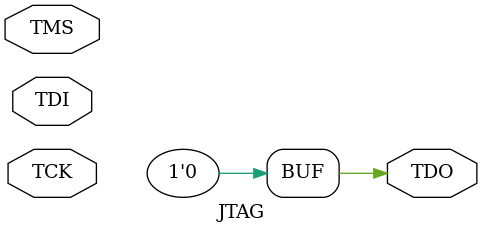
<source format=sv>
`timescale 1ns / 1ps
`include "../Util.sv"

/* JTAG - 

    */
module JTAG(
    input wire TMS, TCK, TDI,
    output reg TDO
    );

    initial begin
        TDO <= 0;
    end

endmodule
</source>
